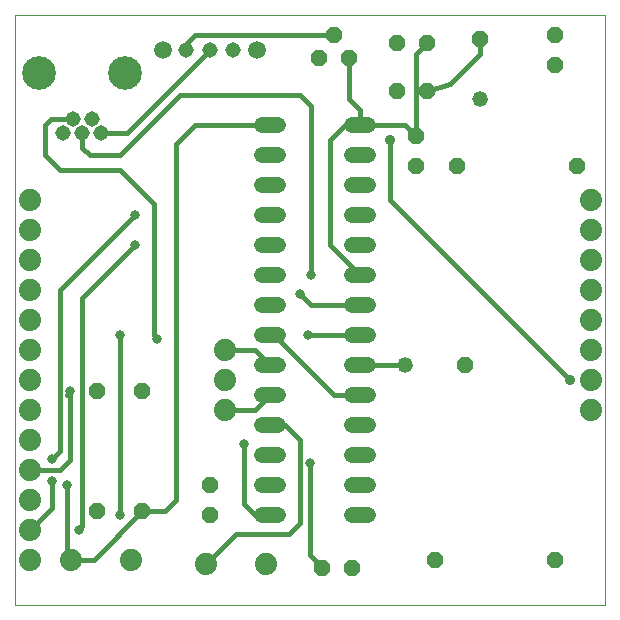
<source format=gtl>
G75*
%MOIN*%
%OFA0B0*%
%FSLAX25Y25*%
%IPPOS*%
%LPD*%
%AMOC8*
5,1,8,0,0,1.08239X$1,22.5*
%
%ADD10C,0.00000*%
%ADD11OC8,0.05200*%
%ADD12C,0.05200*%
%ADD13C,0.05150*%
%ADD14C,0.11220*%
%ADD15C,0.05200*%
%ADD16C,0.05937*%
%ADD17C,0.07400*%
%ADD18C,0.01600*%
%ADD19C,0.03562*%
%ADD20C,0.03169*%
D10*
X0001000Y0001800D02*
X0001000Y0198650D01*
X0197850Y0198650D01*
X0197850Y0001800D01*
X0001000Y0001800D01*
D11*
X0028500Y0033050D03*
X0043500Y0033050D03*
X0066000Y0031800D03*
X0066000Y0041800D03*
X0043500Y0073050D03*
X0028500Y0073050D03*
X0103500Y0014300D03*
X0113500Y0014300D03*
X0141000Y0016800D03*
X0181000Y0016800D03*
X0151000Y0081800D03*
X0148500Y0148050D03*
X0134750Y0148050D03*
X0134750Y0158050D03*
X0138500Y0173050D03*
X0128500Y0173050D03*
X0128500Y0189300D03*
X0138500Y0189300D03*
X0156000Y0190550D03*
X0181000Y0191800D03*
X0181000Y0181800D03*
X0188500Y0148050D03*
X0112250Y0184300D03*
X0107250Y0191800D03*
X0102250Y0184300D03*
D12*
X0156000Y0170550D03*
X0131000Y0081800D03*
D13*
X0073874Y0186800D03*
X0066000Y0186800D03*
X0058126Y0186800D03*
X0029799Y0159221D03*
X0026650Y0163946D03*
X0023500Y0159221D03*
X0020350Y0163946D03*
X0017201Y0159221D03*
D14*
X0009130Y0179300D03*
X0037870Y0179300D03*
D15*
X0083400Y0161800D02*
X0088600Y0161800D01*
X0088600Y0151800D02*
X0083400Y0151800D01*
X0083400Y0141800D02*
X0088600Y0141800D01*
X0088600Y0131800D02*
X0083400Y0131800D01*
X0083400Y0121800D02*
X0088600Y0121800D01*
X0088600Y0111800D02*
X0083400Y0111800D01*
X0083400Y0101800D02*
X0088600Y0101800D01*
X0088600Y0091800D02*
X0083400Y0091800D01*
X0083400Y0081800D02*
X0088600Y0081800D01*
X0088600Y0071800D02*
X0083400Y0071800D01*
X0083400Y0061800D02*
X0088600Y0061800D01*
X0088600Y0051800D02*
X0083400Y0051800D01*
X0083400Y0041800D02*
X0088600Y0041800D01*
X0088600Y0031800D02*
X0083400Y0031800D01*
X0113400Y0031800D02*
X0118600Y0031800D01*
X0118600Y0041800D02*
X0113400Y0041800D01*
X0113400Y0051800D02*
X0118600Y0051800D01*
X0118600Y0061800D02*
X0113400Y0061800D01*
X0113400Y0071800D02*
X0118600Y0071800D01*
X0118600Y0081800D02*
X0113400Y0081800D01*
X0113400Y0091800D02*
X0118600Y0091800D01*
X0118600Y0101800D02*
X0113400Y0101800D01*
X0113400Y0111800D02*
X0118600Y0111800D01*
X0118600Y0121800D02*
X0113400Y0121800D01*
X0113400Y0131800D02*
X0118600Y0131800D01*
X0118600Y0141800D02*
X0113400Y0141800D01*
X0113400Y0151800D02*
X0118600Y0151800D01*
X0118600Y0161800D02*
X0113400Y0161800D01*
D16*
X0081748Y0186800D03*
X0050252Y0186800D03*
D17*
X0006000Y0136800D03*
X0006000Y0126800D03*
X0006000Y0116800D03*
X0006000Y0106800D03*
X0006000Y0096800D03*
X0006000Y0086800D03*
X0006000Y0076800D03*
X0006000Y0066800D03*
X0006000Y0056800D03*
X0006000Y0046800D03*
X0006000Y0036800D03*
X0006000Y0026800D03*
X0006000Y0016800D03*
X0019750Y0016800D03*
X0039750Y0016800D03*
X0064750Y0015550D03*
X0084750Y0015550D03*
X0071000Y0066800D03*
X0071000Y0076800D03*
X0071000Y0086800D03*
X0193000Y0086800D03*
X0193000Y0076800D03*
X0193000Y0066800D03*
X0193000Y0096800D03*
X0193000Y0106800D03*
X0193000Y0116800D03*
X0193000Y0126800D03*
X0193000Y0136800D03*
D18*
X0146000Y0175550D02*
X0138500Y0173050D01*
X0146000Y0175550D02*
X0156000Y0185550D01*
X0156000Y0190550D01*
X0138500Y0189300D02*
X0134750Y0185550D01*
X0134750Y0158050D01*
X0131000Y0161800D01*
X0116000Y0161800D01*
X0111000Y0161800D01*
X0106000Y0156800D01*
X0106000Y0121800D01*
X0116000Y0111800D01*
X0116000Y0101800D02*
X0099750Y0101800D01*
X0096000Y0105550D01*
X0099750Y0111800D02*
X0099750Y0168050D01*
X0096000Y0171800D01*
X0056000Y0171800D01*
X0036000Y0151800D01*
X0026000Y0151800D01*
X0023500Y0154300D01*
X0023500Y0159221D01*
X0020350Y0163946D02*
X0013146Y0163946D01*
X0011000Y0161800D01*
X0011000Y0151800D01*
X0016000Y0146800D01*
X0036000Y0146800D01*
X0047250Y0135550D01*
X0047250Y0091800D01*
X0048500Y0090550D01*
X0036000Y0091800D02*
X0036000Y0031800D01*
X0043500Y0033050D02*
X0051000Y0033050D01*
X0054750Y0036800D01*
X0054750Y0155550D01*
X0061000Y0161800D01*
X0086000Y0161800D01*
X0066000Y0186800D02*
X0038421Y0159221D01*
X0029799Y0159221D01*
X0041000Y0131800D02*
X0016000Y0106800D01*
X0016000Y0053050D01*
X0013500Y0050550D01*
X0016000Y0046800D02*
X0006000Y0046800D01*
X0013500Y0043050D02*
X0013500Y0034300D01*
X0006000Y0026800D01*
X0018500Y0018050D02*
X0019750Y0016800D01*
X0027250Y0016800D01*
X0043500Y0033050D01*
X0023500Y0028050D02*
X0022250Y0026800D01*
X0023500Y0028050D02*
X0023500Y0104300D01*
X0041000Y0121800D01*
X0071000Y0086800D02*
X0081000Y0086800D01*
X0086000Y0081800D01*
X0086000Y0091800D02*
X0087250Y0091800D01*
X0107250Y0071800D01*
X0116000Y0071800D01*
X0116000Y0081800D02*
X0131000Y0081800D01*
X0116000Y0091800D02*
X0098866Y0091800D01*
X0086000Y0071800D02*
X0081000Y0066800D01*
X0071000Y0066800D01*
X0077250Y0055550D02*
X0077250Y0035550D01*
X0081000Y0031800D01*
X0086000Y0031800D01*
X0092250Y0025550D02*
X0074750Y0025550D01*
X0064750Y0015550D01*
X0092250Y0025550D02*
X0096000Y0029300D01*
X0096000Y0056800D01*
X0091000Y0061800D01*
X0086000Y0061800D01*
X0099384Y0049300D02*
X0099384Y0018416D01*
X0103500Y0014300D01*
X0018500Y0018050D02*
X0018500Y0041800D01*
X0016000Y0046800D02*
X0019266Y0050066D01*
X0019266Y0073050D01*
X0019750Y0073050D01*
X0018500Y0071800D01*
X0116000Y0166800D02*
X0112250Y0170550D01*
X0112250Y0184300D01*
X0107250Y0191800D02*
X0061000Y0191800D01*
X0058126Y0188926D01*
X0058126Y0186800D01*
X0116000Y0166800D02*
X0116000Y0161800D01*
X0126000Y0156800D02*
X0126000Y0136800D01*
X0186000Y0076800D01*
D19*
X0186000Y0076800D03*
X0126000Y0156800D03*
D20*
X0099750Y0111800D03*
X0096000Y0105550D03*
X0098866Y0091800D03*
X0077250Y0055550D03*
X0099384Y0049300D03*
X0048500Y0090550D03*
X0036000Y0091800D03*
X0019266Y0073050D03*
X0013500Y0050550D03*
X0013500Y0043050D03*
X0018500Y0041800D03*
X0022250Y0026800D03*
X0036000Y0031800D03*
X0041000Y0121800D03*
X0041000Y0131800D03*
M02*

</source>
